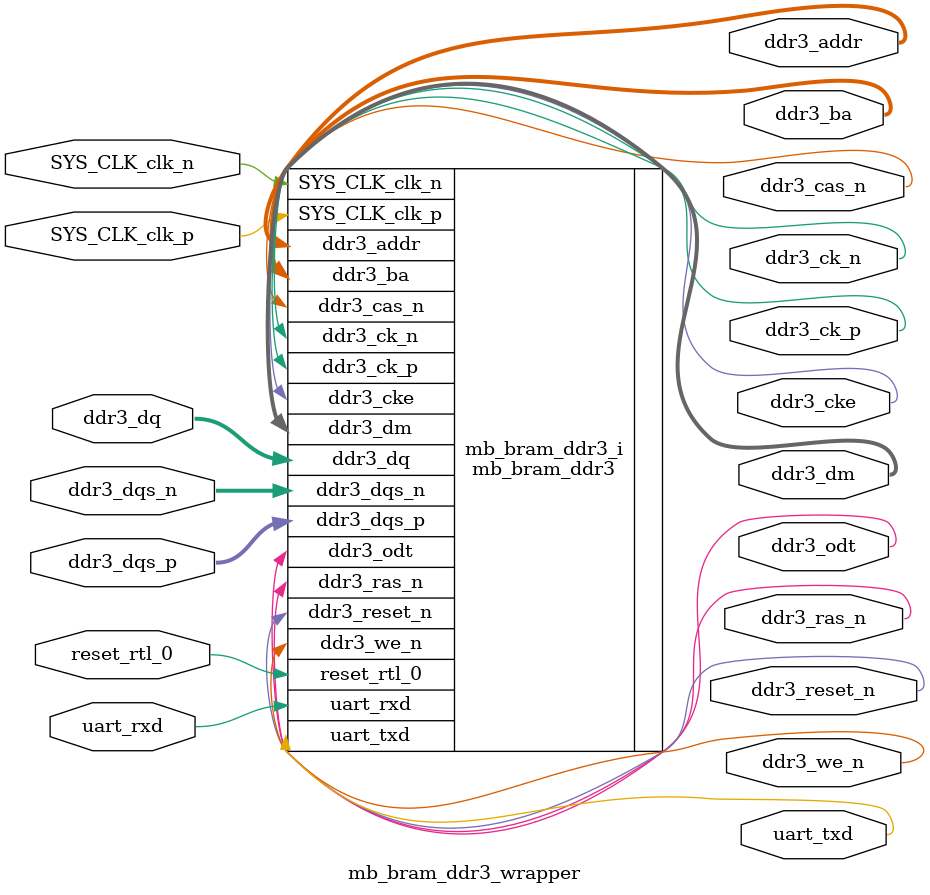
<source format=v>
`timescale 1 ps / 1 ps

module mb_bram_ddr3_wrapper
   (SYS_CLK_clk_n,
    SYS_CLK_clk_p,
    ddr3_addr,
    ddr3_ba,
    ddr3_cas_n,
    ddr3_ck_n,
    ddr3_ck_p,
    ddr3_cke,
    ddr3_dm,
    ddr3_dq,
    ddr3_dqs_n,
    ddr3_dqs_p,
    ddr3_odt,
    ddr3_ras_n,
    ddr3_reset_n,
    ddr3_we_n,
    reset_rtl_0,
    uart_rxd,
    uart_txd);
  input SYS_CLK_clk_n;
  input SYS_CLK_clk_p;
  output [12:0]ddr3_addr;
  output [2:0]ddr3_ba;
  output ddr3_cas_n;
  output [0:0]ddr3_ck_n;
  output [0:0]ddr3_ck_p;
  output [0:0]ddr3_cke;
  output [1:0]ddr3_dm;
  inout [15:0]ddr3_dq;
  inout [1:0]ddr3_dqs_n;
  inout [1:0]ddr3_dqs_p;
  output [0:0]ddr3_odt;
  output ddr3_ras_n;
  output ddr3_reset_n;
  output ddr3_we_n;
  input reset_rtl_0;
  input uart_rxd;
  output uart_txd;

  wire SYS_CLK_clk_n;
  wire SYS_CLK_clk_p;
  wire [12:0]ddr3_addr;
  wire [2:0]ddr3_ba;
  wire ddr3_cas_n;
  wire [0:0]ddr3_ck_n;
  wire [0:0]ddr3_ck_p;
  wire [0:0]ddr3_cke;
  wire [1:0]ddr3_dm;
  wire [15:0]ddr3_dq;
  wire [1:0]ddr3_dqs_n;
  wire [1:0]ddr3_dqs_p;
  wire [0:0]ddr3_odt;
  wire ddr3_ras_n;
  wire ddr3_reset_n;
  wire ddr3_we_n;
  wire reset_rtl_0;
  wire uart_rxd;
  wire uart_txd;

  mb_bram_ddr3 mb_bram_ddr3_i
       (.SYS_CLK_clk_n(SYS_CLK_clk_n),
        .SYS_CLK_clk_p(SYS_CLK_clk_p),
        .ddr3_addr(ddr3_addr),
        .ddr3_ba(ddr3_ba),
        .ddr3_cas_n(ddr3_cas_n),
        .ddr3_ck_n(ddr3_ck_n),
        .ddr3_ck_p(ddr3_ck_p),
        .ddr3_cke(ddr3_cke),
        .ddr3_dm(ddr3_dm),
        .ddr3_dq(ddr3_dq),
        .ddr3_dqs_n(ddr3_dqs_n),
        .ddr3_dqs_p(ddr3_dqs_p),
        .ddr3_odt(ddr3_odt),
        .ddr3_ras_n(ddr3_ras_n),
        .ddr3_reset_n(ddr3_reset_n),
        .ddr3_we_n(ddr3_we_n),
        .reset_rtl_0(reset_rtl_0),
        .uart_rxd(uart_rxd),
        .uart_txd(uart_txd));
endmodule

</source>
